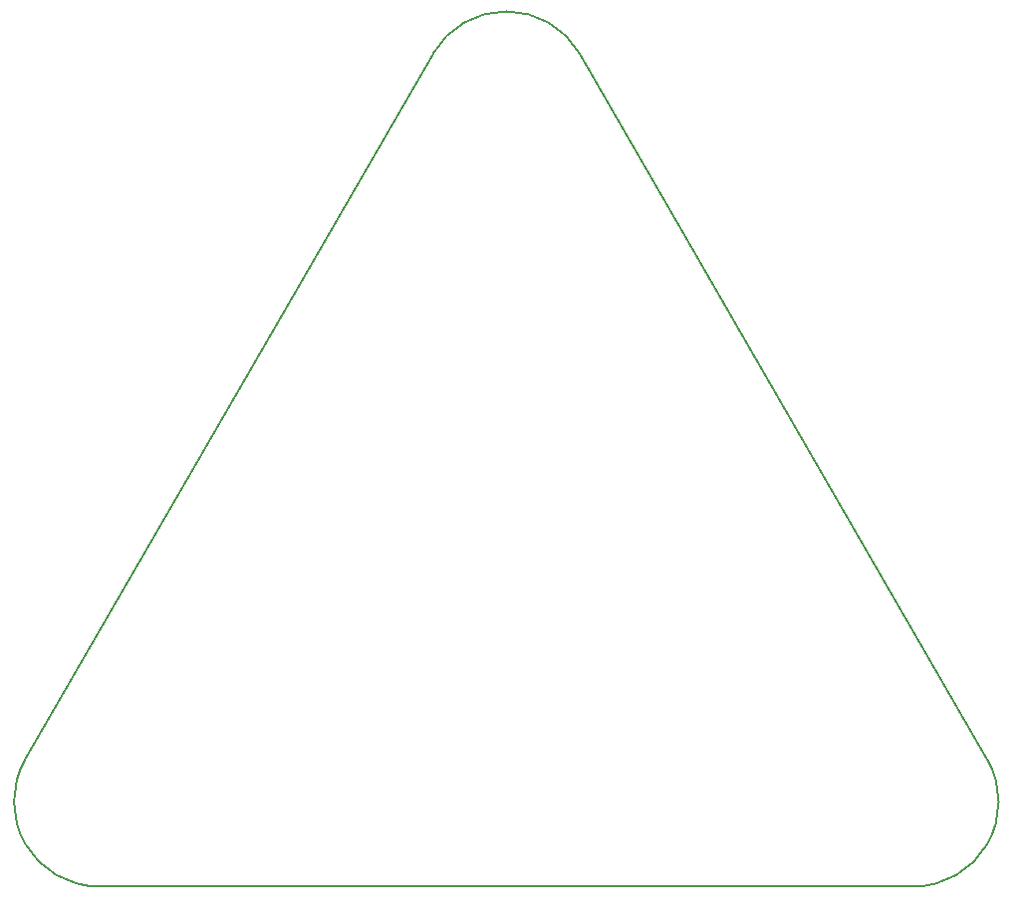
<source format=gbr>
%TF.GenerationSoftware,KiCad,Pcbnew,6.0.11-2627ca5db0~126~ubuntu20.04.1*%
%TF.CreationDate,2024-02-12T23:33:47+01:00*%
%TF.ProjectId,PCB,5043422e-6b69-4636-9164-5f7063625858,rev?*%
%TF.SameCoordinates,Original*%
%TF.FileFunction,Profile,NP*%
%FSLAX46Y46*%
G04 Gerber Fmt 4.6, Leading zero omitted, Abs format (unit mm)*
G04 Created by KiCad (PCBNEW 6.0.11-2627ca5db0~126~ubuntu20.04.1) date 2024-02-12 23:33:47*
%MOMM*%
%LPD*%
G01*
G04 APERTURE LIST*
%TA.AperFunction,Profile*%
%ADD10C,0.160000*%
%TD*%
G04 APERTURE END LIST*
D10*
X41400000Y-134600000D02*
X110682032Y-134600000D01*
X116924090Y-123788438D02*
X82283074Y-63788438D01*
X69798958Y-63788438D02*
X35157942Y-123788438D01*
X82283074Y-63788438D02*
G75*
G03*
X69798958Y-63788438I-6242058J-3603854D01*
G01*
X35157952Y-123788444D02*
G75*
G03*
X41400000Y-134600000I6242048J-3603856D01*
G01*
X110682032Y-134600040D02*
G75*
G03*
X116924090Y-123788438I-32J7207740D01*
G01*
M02*

</source>
